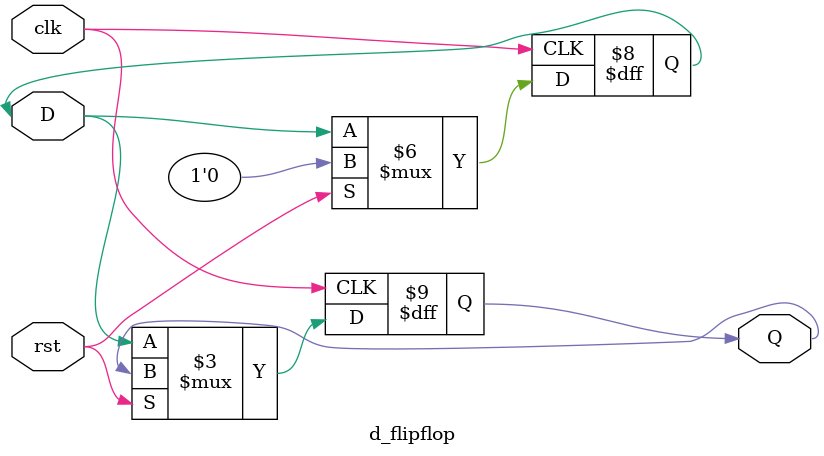
<source format=v>
module d_flipflop (
    input clk, 
    input rst,  
    input D,
    output Q
  );
  
  reg Q;
  
  always @(posedge clk) begin
    if (rst) begin
      D <= 1'b0;
    end else begin
      Q <= D;
    end
  end
  
endmodule

</source>
